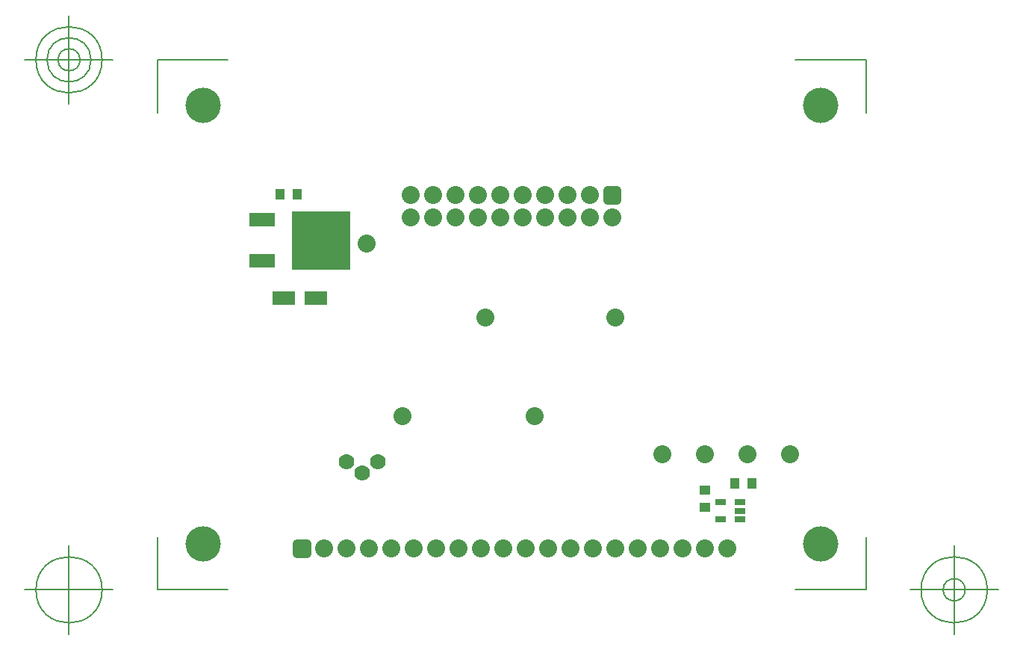
<source format=gbr>
G04 Generated by Ultiboard 13.0 *
%FSLAX25Y25*%
%MOIN*%

%ADD10C,0.00001*%
%ADD11C,0.00500*%
%ADD12C,0.08000*%
%ADD13R,0.05118X0.02559*%
%ADD14C,0.15748*%
%ADD15R,0.04000X0.05000*%
%ADD16R,0.05000X0.04000*%
%ADD17C,0.07000*%
%ADD18R,0.04083X0.04083*%
%ADD19C,0.03917*%
%ADD20R,0.04500X0.04500*%
%ADD21C,0.03500*%
%ADD22R,0.26378X0.26378*%
%ADD23R,0.11811X0.06299*%
%ADD24R,0.10433X0.06496*%


G04 ColorRGB FF00CC for the following layer *
%LNSolder Mask Top*%
%LPD*%
G54D10*
G54D11*
X-10557Y-8589D02*
X-10557Y15058D01*
X-10557Y-8589D02*
X21082Y-8589D01*
X305833Y-8589D02*
X274194Y-8589D01*
X305833Y-8589D02*
X305833Y15058D01*
X305833Y227880D02*
X305833Y204233D01*
X305833Y227880D02*
X274194Y227880D01*
X-10557Y227880D02*
X21082Y227880D01*
X-10557Y227880D02*
X-10557Y204233D01*
X-30243Y-8589D02*
X-69613Y-8589D01*
X-49928Y-28274D02*
X-49928Y11096D01*
X-64691Y-8589D02*
G75*
D01*
G02X-64691Y-8589I14763J0*
G01*
X325518Y-8589D02*
X364888Y-8589D01*
X345203Y-28274D02*
X345203Y11096D01*
X330439Y-8589D02*
G75*
D01*
G02X330439Y-8589I14764J0*
G01*
X340282Y-8589D02*
G75*
D01*
G02X340282Y-8589I4921J0*
G01*
X-30243Y227880D02*
X-69613Y227880D01*
X-49928Y208195D02*
X-49928Y247565D01*
X-64691Y227880D02*
G75*
D01*
G02X-64691Y227880I14763J0*
G01*
X-59770Y227880D02*
G75*
D01*
G02X-59770Y227880I9842J0*
G01*
X-54849Y227880D02*
G75*
D01*
G02X-54849Y227880I4921J0*
G01*
G54D12*
X99000Y69000D03*
X158000Y69000D03*
X136000Y113000D03*
X194000Y113000D03*
X215000Y52000D03*
X234000Y52000D03*
X253000Y52000D03*
X272000Y52000D03*
X132631Y157435D03*
X142631Y157435D03*
X152631Y157435D03*
X162631Y157435D03*
X172631Y157435D03*
X182631Y157435D03*
X192631Y157435D03*
X112631Y157435D03*
X162631Y167435D03*
X172631Y167435D03*
X182631Y167435D03*
X142631Y167435D03*
X152631Y167435D03*
X132631Y167435D03*
X112631Y167435D03*
X122631Y167435D03*
X102631Y167435D03*
X122631Y157435D03*
X102631Y157435D03*
X133937Y9843D03*
X143937Y9843D03*
X153937Y9843D03*
X163937Y9843D03*
X173937Y9843D03*
X183937Y9843D03*
X193937Y9843D03*
X203937Y9843D03*
X213937Y9843D03*
X223937Y9843D03*
X233937Y9843D03*
X243937Y9843D03*
X63937Y9843D03*
X123937Y9843D03*
X93937Y9843D03*
X73937Y9843D03*
X83937Y9843D03*
X113937Y9843D03*
X103937Y9843D03*
X83000Y146000D03*
G54D13*
X240974Y22955D03*
X249636Y22955D03*
X240974Y30435D03*
X249636Y26695D03*
X249636Y30435D03*
G54D14*
X9843Y207480D03*
X285433Y207480D03*
X9843Y11811D03*
X285433Y11811D03*
G54D15*
X254900Y39000D03*
X247200Y39000D03*
X44200Y168000D03*
X51900Y168000D03*
G54D16*
X234000Y28100D03*
X234000Y35800D03*
G54D17*
X81000Y43441D03*
X73913Y48559D03*
X88087Y48559D03*
G54D18*
X192631Y167435D03*
G54D19*
X190590Y165394D02*
X194672Y165394D01*
X194672Y169476D01*
X190590Y169476D01*
X190590Y165394D01*D02*
G54D20*
X53937Y9843D03*
G54D21*
X51687Y7593D02*
X56187Y7593D01*
X56187Y12093D01*
X51687Y12093D01*
X51687Y7593D01*D02*
G54D22*
X62449Y147358D03*
G54D23*
X36268Y138303D03*
X36268Y156413D03*
G54D24*
X45800Y121500D03*
X60200Y121500D03*

M02*

</source>
